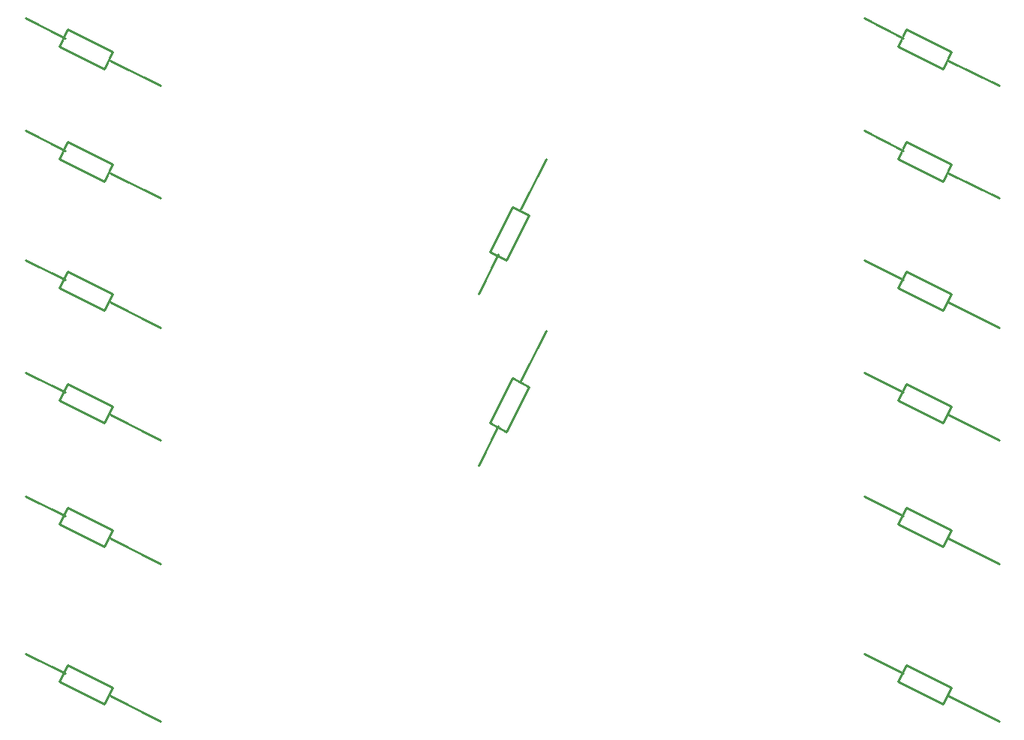
<source format=gbo>
%FSTAX24Y24*%
%MOIN*%
%IN SILK2.GBR *%
%ADD10C,0.0100*%
G54D10*G01X005551Y033592D02*X007801Y032467D01*X005301Y033217D02*
X005676Y033967D01*X003676Y034967*X003301Y034217*X005301Y033217*
X001801Y035467D02*X003551Y034592D01*X042801Y033592D02*
X045051Y032467D01*X042551Y033217D02*X042926Y033967D01*X040926Y034967*
X040551Y034217*X042551Y033217*X039051Y035467D02*X040801Y034592D01*
X005551Y028592D02*X007801Y027467D01*X005301Y028217D02*
X005676Y028967D01*X003676Y029967*X003301Y029217*X005301Y028217*
X001801Y030467D02*X003551Y029592D01*X042801Y028592D02*
X045051Y027467D01*X042551Y028217D02*X042926Y028967D01*X040926Y029967*
X040551Y029217*X042551Y028217*X039051Y030467D02*X040801Y029592D01*
X005551Y022842D02*X007801Y021717D01*X005301Y022467D02*
X005676Y023217D01*X003676Y024217*X003301Y023467*X005301Y022467*
X001801Y024717D02*X003551Y023842D01*X042801Y022842D02*
X045051Y021717D01*X042551Y022467D02*X042926Y023217D01*X040926Y024217*
X040551Y023467*X042551Y022467*X039051Y024717D02*X040801Y023842D01*
X005551Y017842D02*X007801Y016717D01*X005301Y017467D02*
X005676Y018217D01*X003676Y019217*X003301Y018467*X005301Y017467*
X001801Y019717D02*X003551Y018842D01*X042801Y017842D02*
X045051Y016717D01*X042551Y017467D02*X042926Y018217D01*X040926Y019217*
X040551Y018467*X042551Y017467*X039051Y019717D02*X040801Y018842D01*
X005551Y012342D02*X007801Y011217D01*X005301Y011967D02*
X005676Y012717D01*X003676Y013717*X003301Y012967*X005301Y011967*
X001801Y014217D02*X003551Y013342D01*X042801Y012342D02*
X045051Y011217D01*X042551Y011967D02*X042926Y012717D01*X040926Y013717*
X040551Y012967*X042551Y011967*X039051Y014217D02*X040801Y013342D01*
X005551Y005342D02*X007801Y004217D01*X005301Y004967D02*
X005676Y005717D01*X003676Y006717*X003301Y005967*X005301Y004967*
X001801Y007217D02*X003551Y006342D01*X042801Y005342D02*
X045051Y004217D01*X042551Y004967D02*X042926Y005717D01*X040926Y006717*
X040551Y005967*X042551Y004967*X039051Y007217D02*X040801Y006342D01*
X023801Y026967D02*X024926Y029217D01*X024176Y026717D02*
X023426Y027092D01*X022426Y025092*X023176Y024717*X024176Y026717*
X021926Y023217D02*X022801Y024967D01*X023801Y019342D02*
X024926Y021592D01*X024176Y019092D02*X023426Y019467D01*X022426Y017467*
X023176Y017092*X024176Y019092*X021926Y015592D02*X022801Y017342D01*
M02*
</source>
